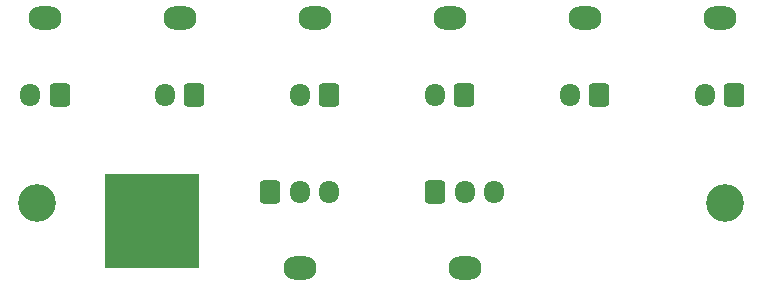
<source format=gbr>
%TF.GenerationSoftware,KiCad,Pcbnew,9.0.1*%
%TF.CreationDate,2025-04-23T20:11:47+09:00*%
%TF.ProjectId,RDC_Humanoid_CAN_chain,5244435f-4875-46d6-916e-6f69645f4341,rev?*%
%TF.SameCoordinates,Original*%
%TF.FileFunction,Soldermask,Top*%
%TF.FilePolarity,Negative*%
%FSLAX46Y46*%
G04 Gerber Fmt 4.6, Leading zero omitted, Abs format (unit mm)*
G04 Created by KiCad (PCBNEW 9.0.1) date 2025-04-23 20:11:47*
%MOMM*%
%LPD*%
G01*
G04 APERTURE LIST*
G04 Aperture macros list*
%AMRoundRect*
0 Rectangle with rounded corners*
0 $1 Rounding radius*
0 $2 $3 $4 $5 $6 $7 $8 $9 X,Y pos of 4 corners*
0 Add a 4 corners polygon primitive as box body*
4,1,4,$2,$3,$4,$5,$6,$7,$8,$9,$2,$3,0*
0 Add four circle primitives for the rounded corners*
1,1,$1+$1,$2,$3*
1,1,$1+$1,$4,$5*
1,1,$1+$1,$6,$7*
1,1,$1+$1,$8,$9*
0 Add four rect primitives between the rounded corners*
20,1,$1+$1,$2,$3,$4,$5,0*
20,1,$1+$1,$4,$5,$6,$7,0*
20,1,$1+$1,$6,$7,$8,$9,0*
20,1,$1+$1,$8,$9,$2,$3,0*%
G04 Aperture macros list end*
%ADD10C,3.200000*%
%ADD11O,2.800000X2.000000*%
%ADD12RoundRect,0.250000X-0.600000X-0.725000X0.600000X-0.725000X0.600000X0.725000X-0.600000X0.725000X0*%
%ADD13O,1.700000X1.950000*%
%ADD14RoundRect,0.250000X0.600000X0.725000X-0.600000X0.725000X-0.600000X-0.725000X0.600000X-0.725000X0*%
%ADD15R,8.000000X8.000000*%
G04 APERTURE END LIST*
D10*
%TO.C,H2*%
X30235000Y-94985000D03*
%TD*%
D11*
%TO.C,J2*%
X66430000Y-100490000D03*
D12*
X63930000Y-93990000D03*
D13*
X66430000Y-93990000D03*
X68930000Y-93990000D03*
%TD*%
D11*
%TO.C,J6*%
X88020000Y-79320000D03*
D14*
X89270000Y-85820000D03*
D13*
X86770000Y-85820000D03*
%TD*%
D10*
%TO.C,H1*%
X88500000Y-95000000D03*
%TD*%
D11*
%TO.C,J8*%
X65160000Y-79320000D03*
D14*
X66410000Y-85820000D03*
D13*
X63910000Y-85820000D03*
%TD*%
D11*
%TO.C,J4*%
X42300000Y-79320000D03*
D14*
X43550000Y-85820000D03*
D13*
X41050000Y-85820000D03*
%TD*%
D11*
%TO.C,J5*%
X30890000Y-79320000D03*
D14*
X32140000Y-85820000D03*
D13*
X29640000Y-85820000D03*
%TD*%
D11*
%TO.C,J3*%
X53730000Y-79320000D03*
D14*
X54980000Y-85820000D03*
D13*
X52480000Y-85820000D03*
%TD*%
D15*
%TO.C,REF\u002A\u002A*%
X40000000Y-96500000D03*
%TD*%
D11*
%TO.C,J7*%
X76590000Y-79320000D03*
D14*
X77840000Y-85820000D03*
D13*
X75340000Y-85820000D03*
%TD*%
D11*
%TO.C,J1*%
X52460000Y-100490000D03*
D12*
X49960000Y-93990000D03*
D13*
X52460000Y-93990000D03*
X54960000Y-93990000D03*
%TD*%
M02*

</source>
